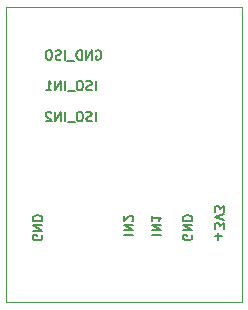
<source format=gbr>
%TF.GenerationSoftware,KiCad,Pcbnew,(5.1.8-0-10_14)*%
%TF.CreationDate,2020-11-27T11:31:21+01:00*%
%TF.ProjectId,Opto-Tacho,4f70746f-2d54-4616-9368-6f2e6b696361,rev?*%
%TF.SameCoordinates,Original*%
%TF.FileFunction,Legend,Bot*%
%TF.FilePolarity,Positive*%
%FSLAX46Y46*%
G04 Gerber Fmt 4.6, Leading zero omitted, Abs format (unit mm)*
G04 Created by KiCad (PCBNEW (5.1.8-0-10_14)) date 2020-11-27 11:31:21*
%MOMM*%
%LPD*%
G01*
G04 APERTURE LIST*
%ADD10C,0.150000*%
%TA.AperFunction,Profile*%
%ADD11C,0.050000*%
%TD*%
G04 APERTURE END LIST*
D10*
X127595238Y-77661904D02*
X127595238Y-76861904D01*
X127252380Y-77623809D02*
X127138095Y-77661904D01*
X126947619Y-77661904D01*
X126871428Y-77623809D01*
X126833333Y-77585714D01*
X126795238Y-77509523D01*
X126795238Y-77433333D01*
X126833333Y-77357142D01*
X126871428Y-77319047D01*
X126947619Y-77280952D01*
X127100000Y-77242857D01*
X127176190Y-77204761D01*
X127214285Y-77166666D01*
X127252380Y-77090476D01*
X127252380Y-77014285D01*
X127214285Y-76938095D01*
X127176190Y-76900000D01*
X127100000Y-76861904D01*
X126909523Y-76861904D01*
X126795238Y-76900000D01*
X126300000Y-76861904D02*
X126147619Y-76861904D01*
X126071428Y-76900000D01*
X125995238Y-76976190D01*
X125957142Y-77128571D01*
X125957142Y-77395238D01*
X125995238Y-77547619D01*
X126071428Y-77623809D01*
X126147619Y-77661904D01*
X126300000Y-77661904D01*
X126376190Y-77623809D01*
X126452380Y-77547619D01*
X126490476Y-77395238D01*
X126490476Y-77128571D01*
X126452380Y-76976190D01*
X126376190Y-76900000D01*
X126300000Y-76861904D01*
X125804761Y-77738095D02*
X125195238Y-77738095D01*
X125004761Y-77661904D02*
X125004761Y-76861904D01*
X124623809Y-77661904D02*
X124623809Y-76861904D01*
X124166666Y-77661904D01*
X124166666Y-76861904D01*
X123823809Y-76938095D02*
X123785714Y-76900000D01*
X123709523Y-76861904D01*
X123519047Y-76861904D01*
X123442857Y-76900000D01*
X123404761Y-76938095D01*
X123366666Y-77014285D01*
X123366666Y-77090476D01*
X123404761Y-77204761D01*
X123861904Y-77661904D01*
X123366666Y-77661904D01*
X127595238Y-75061904D02*
X127595238Y-74261904D01*
X127252380Y-75023809D02*
X127138095Y-75061904D01*
X126947619Y-75061904D01*
X126871428Y-75023809D01*
X126833333Y-74985714D01*
X126795238Y-74909523D01*
X126795238Y-74833333D01*
X126833333Y-74757142D01*
X126871428Y-74719047D01*
X126947619Y-74680952D01*
X127100000Y-74642857D01*
X127176190Y-74604761D01*
X127214285Y-74566666D01*
X127252380Y-74490476D01*
X127252380Y-74414285D01*
X127214285Y-74338095D01*
X127176190Y-74300000D01*
X127100000Y-74261904D01*
X126909523Y-74261904D01*
X126795238Y-74300000D01*
X126300000Y-74261904D02*
X126147619Y-74261904D01*
X126071428Y-74300000D01*
X125995238Y-74376190D01*
X125957142Y-74528571D01*
X125957142Y-74795238D01*
X125995238Y-74947619D01*
X126071428Y-75023809D01*
X126147619Y-75061904D01*
X126300000Y-75061904D01*
X126376190Y-75023809D01*
X126452380Y-74947619D01*
X126490476Y-74795238D01*
X126490476Y-74528571D01*
X126452380Y-74376190D01*
X126376190Y-74300000D01*
X126300000Y-74261904D01*
X125804761Y-75138095D02*
X125195238Y-75138095D01*
X125004761Y-75061904D02*
X125004761Y-74261904D01*
X124623809Y-75061904D02*
X124623809Y-74261904D01*
X124166666Y-75061904D01*
X124166666Y-74261904D01*
X123366666Y-75061904D02*
X123823809Y-75061904D01*
X123595238Y-75061904D02*
X123595238Y-74261904D01*
X123671428Y-74376190D01*
X123747619Y-74452380D01*
X123823809Y-74490476D01*
X127604761Y-71700000D02*
X127680952Y-71661904D01*
X127795238Y-71661904D01*
X127909523Y-71700000D01*
X127985714Y-71776190D01*
X128023809Y-71852380D01*
X128061904Y-72004761D01*
X128061904Y-72119047D01*
X128023809Y-72271428D01*
X127985714Y-72347619D01*
X127909523Y-72423809D01*
X127795238Y-72461904D01*
X127719047Y-72461904D01*
X127604761Y-72423809D01*
X127566666Y-72385714D01*
X127566666Y-72119047D01*
X127719047Y-72119047D01*
X127223809Y-72461904D02*
X127223809Y-71661904D01*
X126766666Y-72461904D01*
X126766666Y-71661904D01*
X126385714Y-72461904D02*
X126385714Y-71661904D01*
X126195238Y-71661904D01*
X126080952Y-71700000D01*
X126004761Y-71776190D01*
X125966666Y-71852380D01*
X125928571Y-72004761D01*
X125928571Y-72119047D01*
X125966666Y-72271428D01*
X126004761Y-72347619D01*
X126080952Y-72423809D01*
X126195238Y-72461904D01*
X126385714Y-72461904D01*
X125776190Y-72538095D02*
X125166666Y-72538095D01*
X124976190Y-72461904D02*
X124976190Y-71661904D01*
X124633333Y-72423809D02*
X124519047Y-72461904D01*
X124328571Y-72461904D01*
X124252380Y-72423809D01*
X124214285Y-72385714D01*
X124176190Y-72309523D01*
X124176190Y-72233333D01*
X124214285Y-72157142D01*
X124252380Y-72119047D01*
X124328571Y-72080952D01*
X124480952Y-72042857D01*
X124557142Y-72004761D01*
X124595238Y-71966666D01*
X124633333Y-71890476D01*
X124633333Y-71814285D01*
X124595238Y-71738095D01*
X124557142Y-71700000D01*
X124480952Y-71661904D01*
X124290476Y-71661904D01*
X124176190Y-71700000D01*
X123680952Y-71661904D02*
X123528571Y-71661904D01*
X123452380Y-71700000D01*
X123376190Y-71776190D01*
X123338095Y-71928571D01*
X123338095Y-72195238D01*
X123376190Y-72347619D01*
X123452380Y-72423809D01*
X123528571Y-72461904D01*
X123680952Y-72461904D01*
X123757142Y-72423809D01*
X123833333Y-72347619D01*
X123871428Y-72195238D01*
X123871428Y-71928571D01*
X123833333Y-71776190D01*
X123757142Y-71700000D01*
X123680952Y-71661904D01*
X129938095Y-87300000D02*
X130738095Y-87300000D01*
X129938095Y-86919047D02*
X130738095Y-86919047D01*
X129938095Y-86461904D01*
X130738095Y-86461904D01*
X130661904Y-86119047D02*
X130700000Y-86080952D01*
X130738095Y-86004761D01*
X130738095Y-85814285D01*
X130700000Y-85738095D01*
X130661904Y-85700000D01*
X130585714Y-85661904D01*
X130509523Y-85661904D01*
X130395238Y-85700000D01*
X129938095Y-86157142D01*
X129938095Y-85661904D01*
X123000000Y-87309523D02*
X123038095Y-87385714D01*
X123038095Y-87500000D01*
X123000000Y-87614285D01*
X122923809Y-87690476D01*
X122847619Y-87728571D01*
X122695238Y-87766666D01*
X122580952Y-87766666D01*
X122428571Y-87728571D01*
X122352380Y-87690476D01*
X122276190Y-87614285D01*
X122238095Y-87500000D01*
X122238095Y-87423809D01*
X122276190Y-87309523D01*
X122314285Y-87271428D01*
X122580952Y-87271428D01*
X122580952Y-87423809D01*
X122238095Y-86928571D02*
X123038095Y-86928571D01*
X122238095Y-86471428D01*
X123038095Y-86471428D01*
X122238095Y-86090476D02*
X123038095Y-86090476D01*
X123038095Y-85900000D01*
X123000000Y-85785714D01*
X122923809Y-85709523D01*
X122847619Y-85671428D01*
X122695238Y-85633333D01*
X122580952Y-85633333D01*
X122428571Y-85671428D01*
X122352380Y-85709523D01*
X122276190Y-85785714D01*
X122238095Y-85900000D01*
X122238095Y-86090476D01*
D11*
X120000000Y-93000000D02*
X120000000Y-90000000D01*
D10*
X137942857Y-87709523D02*
X137942857Y-87100000D01*
X137638095Y-87404761D02*
X138247619Y-87404761D01*
X138438095Y-86795238D02*
X138438095Y-86300000D01*
X138133333Y-86566666D01*
X138133333Y-86452380D01*
X138095238Y-86376190D01*
X138057142Y-86338095D01*
X137980952Y-86300000D01*
X137790476Y-86300000D01*
X137714285Y-86338095D01*
X137676190Y-86376190D01*
X137638095Y-86452380D01*
X137638095Y-86680952D01*
X137676190Y-86757142D01*
X137714285Y-86795238D01*
X138438095Y-86071428D02*
X137638095Y-85804761D01*
X138438095Y-85538095D01*
X138438095Y-85347619D02*
X138438095Y-84852380D01*
X138133333Y-85119047D01*
X138133333Y-85004761D01*
X138095238Y-84928571D01*
X138057142Y-84890476D01*
X137980952Y-84852380D01*
X137790476Y-84852380D01*
X137714285Y-84890476D01*
X137676190Y-84928571D01*
X137638095Y-85004761D01*
X137638095Y-85233333D01*
X137676190Y-85309523D01*
X137714285Y-85347619D01*
X132338095Y-87300000D02*
X133138095Y-87300000D01*
X132338095Y-86919047D02*
X133138095Y-86919047D01*
X132338095Y-86461904D01*
X133138095Y-86461904D01*
X132338095Y-85661904D02*
X132338095Y-86119047D01*
X132338095Y-85890476D02*
X133138095Y-85890476D01*
X133023809Y-85966666D01*
X132947619Y-86042857D01*
X132909523Y-86119047D01*
X135700000Y-87299523D02*
X135738095Y-87375714D01*
X135738095Y-87490000D01*
X135700000Y-87604285D01*
X135623809Y-87680476D01*
X135547619Y-87718571D01*
X135395238Y-87756666D01*
X135280952Y-87756666D01*
X135128571Y-87718571D01*
X135052380Y-87680476D01*
X134976190Y-87604285D01*
X134938095Y-87490000D01*
X134938095Y-87413809D01*
X134976190Y-87299523D01*
X135014285Y-87261428D01*
X135280952Y-87261428D01*
X135280952Y-87413809D01*
X134938095Y-86918571D02*
X135738095Y-86918571D01*
X134938095Y-86461428D01*
X135738095Y-86461428D01*
X134938095Y-86080476D02*
X135738095Y-86080476D01*
X135738095Y-85890000D01*
X135700000Y-85775714D01*
X135623809Y-85699523D01*
X135547619Y-85661428D01*
X135395238Y-85623333D01*
X135280952Y-85623333D01*
X135128571Y-85661428D01*
X135052380Y-85699523D01*
X134976190Y-85775714D01*
X134938095Y-85890000D01*
X134938095Y-86080476D01*
D11*
X120000000Y-68000000D02*
X120000000Y-90000000D01*
X140000000Y-68000000D02*
X120000000Y-68000000D01*
X140000000Y-93000000D02*
X140000000Y-68000000D01*
X120000000Y-93000000D02*
X140000000Y-93000000D01*
M02*

</source>
